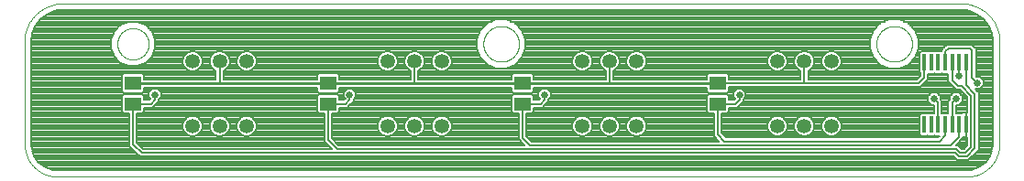
<source format=gtl>
G75*
%MOIN*%
%OFA0B0*%
%FSLAX25Y25*%
%IPPOS*%
%LPD*%
%AMOC8*
5,1,8,0,0,1.08239X$1,22.5*
%
%ADD10C,0.00000*%
%ADD11R,0.05906X0.05118*%
%ADD12R,0.01378X0.06299*%
%ADD13C,0.05315*%
%ADD14C,0.02578*%
%ADD15C,0.00787*%
%ADD16C,0.01000*%
D10*
X0021079Y0005938D02*
X0351787Y0005938D01*
X0352072Y0005941D01*
X0352358Y0005952D01*
X0352643Y0005969D01*
X0352927Y0005993D01*
X0353211Y0006024D01*
X0353494Y0006062D01*
X0353775Y0006107D01*
X0354056Y0006158D01*
X0354336Y0006216D01*
X0354614Y0006281D01*
X0354890Y0006353D01*
X0355164Y0006431D01*
X0355437Y0006516D01*
X0355707Y0006608D01*
X0355975Y0006706D01*
X0356241Y0006810D01*
X0356504Y0006921D01*
X0356764Y0007038D01*
X0357022Y0007161D01*
X0357276Y0007291D01*
X0357527Y0007427D01*
X0357775Y0007568D01*
X0358019Y0007716D01*
X0358260Y0007869D01*
X0358496Y0008029D01*
X0358729Y0008194D01*
X0358958Y0008364D01*
X0359183Y0008540D01*
X0359403Y0008722D01*
X0359619Y0008908D01*
X0359830Y0009100D01*
X0360037Y0009297D01*
X0360239Y0009499D01*
X0360436Y0009706D01*
X0360628Y0009917D01*
X0360814Y0010133D01*
X0360996Y0010353D01*
X0361172Y0010578D01*
X0361342Y0010807D01*
X0361507Y0011040D01*
X0361667Y0011276D01*
X0361820Y0011517D01*
X0361968Y0011761D01*
X0362109Y0012009D01*
X0362245Y0012260D01*
X0362375Y0012514D01*
X0362498Y0012772D01*
X0362615Y0013032D01*
X0362726Y0013295D01*
X0362830Y0013561D01*
X0362928Y0013829D01*
X0363020Y0014099D01*
X0363105Y0014372D01*
X0363183Y0014646D01*
X0363255Y0014922D01*
X0363320Y0015200D01*
X0363378Y0015480D01*
X0363429Y0015761D01*
X0363474Y0016042D01*
X0363512Y0016325D01*
X0363543Y0016609D01*
X0363567Y0016893D01*
X0363584Y0017178D01*
X0363595Y0017464D01*
X0363598Y0017749D01*
X0363598Y0053182D01*
X0363598Y0053183D02*
X0363642Y0053516D01*
X0363677Y0053851D01*
X0363704Y0054186D01*
X0363724Y0054522D01*
X0363735Y0054858D01*
X0363738Y0055194D01*
X0363733Y0055530D01*
X0363720Y0055867D01*
X0363698Y0056202D01*
X0363669Y0056537D01*
X0363631Y0056872D01*
X0363586Y0057205D01*
X0363532Y0057537D01*
X0363470Y0057868D01*
X0363401Y0058197D01*
X0363323Y0058524D01*
X0363238Y0058849D01*
X0363144Y0059172D01*
X0363043Y0059493D01*
X0362935Y0059811D01*
X0362818Y0060127D01*
X0362694Y0060440D01*
X0362563Y0060749D01*
X0362424Y0061056D01*
X0362277Y0061358D01*
X0362124Y0061658D01*
X0361963Y0061953D01*
X0361795Y0062245D01*
X0361620Y0062532D01*
X0361438Y0062815D01*
X0361250Y0063093D01*
X0361054Y0063367D01*
X0360852Y0063636D01*
X0360644Y0063900D01*
X0360430Y0064159D01*
X0360209Y0064413D01*
X0359982Y0064662D01*
X0359749Y0064904D01*
X0359511Y0065142D01*
X0359266Y0065373D01*
X0359017Y0065598D01*
X0358762Y0065817D01*
X0358501Y0066030D01*
X0358236Y0066237D01*
X0357965Y0066437D01*
X0357690Y0066631D01*
X0357411Y0066817D01*
X0357127Y0066997D01*
X0356838Y0067171D01*
X0356546Y0067337D01*
X0356249Y0067496D01*
X0355949Y0067647D01*
X0355645Y0067792D01*
X0355338Y0067929D01*
X0355028Y0068059D01*
X0354714Y0068181D01*
X0354398Y0068295D01*
X0354079Y0068402D01*
X0353758Y0068501D01*
X0353434Y0068592D01*
X0353108Y0068676D01*
X0352780Y0068751D01*
X0352451Y0068819D01*
X0352120Y0068879D01*
X0351787Y0068930D01*
X0021079Y0068930D01*
X0020746Y0068879D01*
X0020415Y0068819D01*
X0020086Y0068751D01*
X0019758Y0068676D01*
X0019432Y0068592D01*
X0019108Y0068501D01*
X0018787Y0068402D01*
X0018468Y0068295D01*
X0018152Y0068181D01*
X0017838Y0068059D01*
X0017528Y0067929D01*
X0017221Y0067792D01*
X0016917Y0067647D01*
X0016617Y0067496D01*
X0016320Y0067337D01*
X0016028Y0067171D01*
X0015739Y0066997D01*
X0015455Y0066817D01*
X0015176Y0066631D01*
X0014901Y0066437D01*
X0014630Y0066237D01*
X0014365Y0066030D01*
X0014104Y0065817D01*
X0013849Y0065598D01*
X0013600Y0065373D01*
X0013355Y0065142D01*
X0013117Y0064904D01*
X0012884Y0064662D01*
X0012657Y0064413D01*
X0012436Y0064159D01*
X0012222Y0063900D01*
X0012014Y0063636D01*
X0011812Y0063367D01*
X0011616Y0063093D01*
X0011428Y0062815D01*
X0011246Y0062532D01*
X0011071Y0062245D01*
X0010903Y0061953D01*
X0010742Y0061658D01*
X0010589Y0061358D01*
X0010442Y0061056D01*
X0010303Y0060749D01*
X0010172Y0060440D01*
X0010048Y0060127D01*
X0009931Y0059811D01*
X0009823Y0059493D01*
X0009722Y0059172D01*
X0009628Y0058849D01*
X0009543Y0058524D01*
X0009465Y0058197D01*
X0009396Y0057868D01*
X0009334Y0057537D01*
X0009280Y0057205D01*
X0009235Y0056872D01*
X0009197Y0056537D01*
X0009168Y0056202D01*
X0009146Y0055867D01*
X0009133Y0055530D01*
X0009128Y0055194D01*
X0009131Y0054858D01*
X0009142Y0054522D01*
X0009162Y0054186D01*
X0009189Y0053851D01*
X0009224Y0053516D01*
X0009268Y0053183D01*
X0009268Y0053182D02*
X0009268Y0017749D01*
X0009271Y0017464D01*
X0009282Y0017178D01*
X0009299Y0016893D01*
X0009323Y0016609D01*
X0009354Y0016325D01*
X0009392Y0016042D01*
X0009437Y0015761D01*
X0009488Y0015480D01*
X0009546Y0015200D01*
X0009611Y0014922D01*
X0009683Y0014646D01*
X0009761Y0014372D01*
X0009846Y0014099D01*
X0009938Y0013829D01*
X0010036Y0013561D01*
X0010140Y0013295D01*
X0010251Y0013032D01*
X0010368Y0012772D01*
X0010491Y0012514D01*
X0010621Y0012260D01*
X0010757Y0012009D01*
X0010898Y0011761D01*
X0011046Y0011517D01*
X0011199Y0011276D01*
X0011359Y0011040D01*
X0011524Y0010807D01*
X0011694Y0010578D01*
X0011870Y0010353D01*
X0012052Y0010133D01*
X0012238Y0009917D01*
X0012430Y0009706D01*
X0012627Y0009499D01*
X0012829Y0009297D01*
X0013036Y0009100D01*
X0013247Y0008908D01*
X0013463Y0008722D01*
X0013683Y0008540D01*
X0013908Y0008364D01*
X0014137Y0008194D01*
X0014370Y0008029D01*
X0014606Y0007869D01*
X0014847Y0007716D01*
X0015091Y0007568D01*
X0015339Y0007427D01*
X0015590Y0007291D01*
X0015844Y0007161D01*
X0016102Y0007038D01*
X0016362Y0006921D01*
X0016625Y0006810D01*
X0016891Y0006706D01*
X0017159Y0006608D01*
X0017429Y0006516D01*
X0017702Y0006431D01*
X0017976Y0006353D01*
X0018252Y0006281D01*
X0018530Y0006216D01*
X0018810Y0006158D01*
X0019091Y0006107D01*
X0019372Y0006062D01*
X0019655Y0006024D01*
X0019939Y0005993D01*
X0020223Y0005969D01*
X0020508Y0005952D01*
X0020794Y0005941D01*
X0021079Y0005938D01*
X0042929Y0054363D02*
X0042931Y0054514D01*
X0042937Y0054664D01*
X0042947Y0054815D01*
X0042961Y0054965D01*
X0042979Y0055114D01*
X0043000Y0055264D01*
X0043026Y0055412D01*
X0043056Y0055560D01*
X0043089Y0055707D01*
X0043127Y0055853D01*
X0043168Y0055998D01*
X0043213Y0056142D01*
X0043262Y0056284D01*
X0043315Y0056425D01*
X0043371Y0056565D01*
X0043431Y0056703D01*
X0043494Y0056840D01*
X0043562Y0056975D01*
X0043632Y0057108D01*
X0043706Y0057239D01*
X0043784Y0057368D01*
X0043865Y0057495D01*
X0043949Y0057620D01*
X0044037Y0057743D01*
X0044128Y0057863D01*
X0044222Y0057981D01*
X0044319Y0058096D01*
X0044419Y0058209D01*
X0044522Y0058319D01*
X0044628Y0058426D01*
X0044737Y0058531D01*
X0044848Y0058632D01*
X0044962Y0058731D01*
X0045078Y0058826D01*
X0045198Y0058919D01*
X0045319Y0059008D01*
X0045443Y0059094D01*
X0045569Y0059177D01*
X0045697Y0059256D01*
X0045827Y0059332D01*
X0045959Y0059405D01*
X0046093Y0059473D01*
X0046229Y0059539D01*
X0046367Y0059601D01*
X0046506Y0059659D01*
X0046646Y0059713D01*
X0046788Y0059764D01*
X0046931Y0059811D01*
X0047076Y0059854D01*
X0047221Y0059893D01*
X0047368Y0059929D01*
X0047515Y0059960D01*
X0047663Y0059988D01*
X0047812Y0060012D01*
X0047961Y0060032D01*
X0048111Y0060048D01*
X0048261Y0060060D01*
X0048412Y0060068D01*
X0048563Y0060072D01*
X0048713Y0060072D01*
X0048864Y0060068D01*
X0049015Y0060060D01*
X0049165Y0060048D01*
X0049315Y0060032D01*
X0049464Y0060012D01*
X0049613Y0059988D01*
X0049761Y0059960D01*
X0049908Y0059929D01*
X0050055Y0059893D01*
X0050200Y0059854D01*
X0050345Y0059811D01*
X0050488Y0059764D01*
X0050630Y0059713D01*
X0050770Y0059659D01*
X0050909Y0059601D01*
X0051047Y0059539D01*
X0051183Y0059473D01*
X0051317Y0059405D01*
X0051449Y0059332D01*
X0051579Y0059256D01*
X0051707Y0059177D01*
X0051833Y0059094D01*
X0051957Y0059008D01*
X0052078Y0058919D01*
X0052198Y0058826D01*
X0052314Y0058731D01*
X0052428Y0058632D01*
X0052539Y0058531D01*
X0052648Y0058426D01*
X0052754Y0058319D01*
X0052857Y0058209D01*
X0052957Y0058096D01*
X0053054Y0057981D01*
X0053148Y0057863D01*
X0053239Y0057743D01*
X0053327Y0057620D01*
X0053411Y0057495D01*
X0053492Y0057368D01*
X0053570Y0057239D01*
X0053644Y0057108D01*
X0053714Y0056975D01*
X0053782Y0056840D01*
X0053845Y0056703D01*
X0053905Y0056565D01*
X0053961Y0056425D01*
X0054014Y0056284D01*
X0054063Y0056142D01*
X0054108Y0055998D01*
X0054149Y0055853D01*
X0054187Y0055707D01*
X0054220Y0055560D01*
X0054250Y0055412D01*
X0054276Y0055264D01*
X0054297Y0055114D01*
X0054315Y0054965D01*
X0054329Y0054815D01*
X0054339Y0054664D01*
X0054345Y0054514D01*
X0054347Y0054363D01*
X0054345Y0054212D01*
X0054339Y0054062D01*
X0054329Y0053911D01*
X0054315Y0053761D01*
X0054297Y0053612D01*
X0054276Y0053462D01*
X0054250Y0053314D01*
X0054220Y0053166D01*
X0054187Y0053019D01*
X0054149Y0052873D01*
X0054108Y0052728D01*
X0054063Y0052584D01*
X0054014Y0052442D01*
X0053961Y0052301D01*
X0053905Y0052161D01*
X0053845Y0052023D01*
X0053782Y0051886D01*
X0053714Y0051751D01*
X0053644Y0051618D01*
X0053570Y0051487D01*
X0053492Y0051358D01*
X0053411Y0051231D01*
X0053327Y0051106D01*
X0053239Y0050983D01*
X0053148Y0050863D01*
X0053054Y0050745D01*
X0052957Y0050630D01*
X0052857Y0050517D01*
X0052754Y0050407D01*
X0052648Y0050300D01*
X0052539Y0050195D01*
X0052428Y0050094D01*
X0052314Y0049995D01*
X0052198Y0049900D01*
X0052078Y0049807D01*
X0051957Y0049718D01*
X0051833Y0049632D01*
X0051707Y0049549D01*
X0051579Y0049470D01*
X0051449Y0049394D01*
X0051317Y0049321D01*
X0051183Y0049253D01*
X0051047Y0049187D01*
X0050909Y0049125D01*
X0050770Y0049067D01*
X0050630Y0049013D01*
X0050488Y0048962D01*
X0050345Y0048915D01*
X0050200Y0048872D01*
X0050055Y0048833D01*
X0049908Y0048797D01*
X0049761Y0048766D01*
X0049613Y0048738D01*
X0049464Y0048714D01*
X0049315Y0048694D01*
X0049165Y0048678D01*
X0049015Y0048666D01*
X0048864Y0048658D01*
X0048713Y0048654D01*
X0048563Y0048654D01*
X0048412Y0048658D01*
X0048261Y0048666D01*
X0048111Y0048678D01*
X0047961Y0048694D01*
X0047812Y0048714D01*
X0047663Y0048738D01*
X0047515Y0048766D01*
X0047368Y0048797D01*
X0047221Y0048833D01*
X0047076Y0048872D01*
X0046931Y0048915D01*
X0046788Y0048962D01*
X0046646Y0049013D01*
X0046506Y0049067D01*
X0046367Y0049125D01*
X0046229Y0049187D01*
X0046093Y0049253D01*
X0045959Y0049321D01*
X0045827Y0049394D01*
X0045697Y0049470D01*
X0045569Y0049549D01*
X0045443Y0049632D01*
X0045319Y0049718D01*
X0045198Y0049807D01*
X0045078Y0049900D01*
X0044962Y0049995D01*
X0044848Y0050094D01*
X0044737Y0050195D01*
X0044628Y0050300D01*
X0044522Y0050407D01*
X0044419Y0050517D01*
X0044319Y0050630D01*
X0044222Y0050745D01*
X0044128Y0050863D01*
X0044037Y0050983D01*
X0043949Y0051106D01*
X0043865Y0051231D01*
X0043784Y0051358D01*
X0043706Y0051487D01*
X0043632Y0051618D01*
X0043562Y0051751D01*
X0043494Y0051886D01*
X0043431Y0052023D01*
X0043371Y0052161D01*
X0043315Y0052301D01*
X0043262Y0052442D01*
X0043213Y0052584D01*
X0043168Y0052728D01*
X0043127Y0052873D01*
X0043089Y0053019D01*
X0043056Y0053166D01*
X0043026Y0053314D01*
X0043000Y0053462D01*
X0042979Y0053612D01*
X0042961Y0053761D01*
X0042947Y0053911D01*
X0042937Y0054062D01*
X0042931Y0054212D01*
X0042929Y0054363D01*
X0176000Y0054363D02*
X0176002Y0054524D01*
X0176008Y0054684D01*
X0176018Y0054845D01*
X0176032Y0055005D01*
X0176050Y0055164D01*
X0176071Y0055324D01*
X0176097Y0055482D01*
X0176127Y0055640D01*
X0176160Y0055797D01*
X0176198Y0055954D01*
X0176239Y0056109D01*
X0176284Y0056263D01*
X0176333Y0056416D01*
X0176386Y0056568D01*
X0176442Y0056718D01*
X0176502Y0056867D01*
X0176566Y0057015D01*
X0176633Y0057161D01*
X0176704Y0057305D01*
X0176779Y0057447D01*
X0176857Y0057588D01*
X0176938Y0057726D01*
X0177023Y0057863D01*
X0177112Y0057997D01*
X0177203Y0058129D01*
X0177298Y0058259D01*
X0177396Y0058386D01*
X0177497Y0058511D01*
X0177601Y0058634D01*
X0177708Y0058753D01*
X0177818Y0058870D01*
X0177931Y0058985D01*
X0178047Y0059096D01*
X0178165Y0059205D01*
X0178286Y0059310D01*
X0178410Y0059413D01*
X0178536Y0059513D01*
X0178665Y0059609D01*
X0178796Y0059702D01*
X0178929Y0059792D01*
X0179064Y0059879D01*
X0179202Y0059962D01*
X0179341Y0060041D01*
X0179483Y0060118D01*
X0179626Y0060191D01*
X0179771Y0060260D01*
X0179918Y0060325D01*
X0180066Y0060387D01*
X0180216Y0060446D01*
X0180367Y0060500D01*
X0180519Y0060551D01*
X0180673Y0060598D01*
X0180828Y0060641D01*
X0180983Y0060680D01*
X0181140Y0060716D01*
X0181298Y0060748D01*
X0181456Y0060775D01*
X0181615Y0060799D01*
X0181774Y0060819D01*
X0181934Y0060835D01*
X0182095Y0060847D01*
X0182255Y0060855D01*
X0182416Y0060859D01*
X0182576Y0060859D01*
X0182737Y0060855D01*
X0182897Y0060847D01*
X0183058Y0060835D01*
X0183218Y0060819D01*
X0183377Y0060799D01*
X0183536Y0060775D01*
X0183694Y0060748D01*
X0183852Y0060716D01*
X0184009Y0060680D01*
X0184164Y0060641D01*
X0184319Y0060598D01*
X0184473Y0060551D01*
X0184625Y0060500D01*
X0184776Y0060446D01*
X0184926Y0060387D01*
X0185074Y0060325D01*
X0185221Y0060260D01*
X0185366Y0060191D01*
X0185509Y0060118D01*
X0185651Y0060041D01*
X0185790Y0059962D01*
X0185928Y0059879D01*
X0186063Y0059792D01*
X0186196Y0059702D01*
X0186327Y0059609D01*
X0186456Y0059513D01*
X0186582Y0059413D01*
X0186706Y0059310D01*
X0186827Y0059205D01*
X0186945Y0059096D01*
X0187061Y0058985D01*
X0187174Y0058870D01*
X0187284Y0058753D01*
X0187391Y0058634D01*
X0187495Y0058511D01*
X0187596Y0058386D01*
X0187694Y0058259D01*
X0187789Y0058129D01*
X0187880Y0057997D01*
X0187969Y0057863D01*
X0188054Y0057726D01*
X0188135Y0057588D01*
X0188213Y0057447D01*
X0188288Y0057305D01*
X0188359Y0057161D01*
X0188426Y0057015D01*
X0188490Y0056867D01*
X0188550Y0056718D01*
X0188606Y0056568D01*
X0188659Y0056416D01*
X0188708Y0056263D01*
X0188753Y0056109D01*
X0188794Y0055954D01*
X0188832Y0055797D01*
X0188865Y0055640D01*
X0188895Y0055482D01*
X0188921Y0055324D01*
X0188942Y0055164D01*
X0188960Y0055005D01*
X0188974Y0054845D01*
X0188984Y0054684D01*
X0188990Y0054524D01*
X0188992Y0054363D01*
X0188990Y0054202D01*
X0188984Y0054042D01*
X0188974Y0053881D01*
X0188960Y0053721D01*
X0188942Y0053562D01*
X0188921Y0053402D01*
X0188895Y0053244D01*
X0188865Y0053086D01*
X0188832Y0052929D01*
X0188794Y0052772D01*
X0188753Y0052617D01*
X0188708Y0052463D01*
X0188659Y0052310D01*
X0188606Y0052158D01*
X0188550Y0052008D01*
X0188490Y0051859D01*
X0188426Y0051711D01*
X0188359Y0051565D01*
X0188288Y0051421D01*
X0188213Y0051279D01*
X0188135Y0051138D01*
X0188054Y0051000D01*
X0187969Y0050863D01*
X0187880Y0050729D01*
X0187789Y0050597D01*
X0187694Y0050467D01*
X0187596Y0050340D01*
X0187495Y0050215D01*
X0187391Y0050092D01*
X0187284Y0049973D01*
X0187174Y0049856D01*
X0187061Y0049741D01*
X0186945Y0049630D01*
X0186827Y0049521D01*
X0186706Y0049416D01*
X0186582Y0049313D01*
X0186456Y0049213D01*
X0186327Y0049117D01*
X0186196Y0049024D01*
X0186063Y0048934D01*
X0185928Y0048847D01*
X0185790Y0048764D01*
X0185651Y0048685D01*
X0185509Y0048608D01*
X0185366Y0048535D01*
X0185221Y0048466D01*
X0185074Y0048401D01*
X0184926Y0048339D01*
X0184776Y0048280D01*
X0184625Y0048226D01*
X0184473Y0048175D01*
X0184319Y0048128D01*
X0184164Y0048085D01*
X0184009Y0048046D01*
X0183852Y0048010D01*
X0183694Y0047978D01*
X0183536Y0047951D01*
X0183377Y0047927D01*
X0183218Y0047907D01*
X0183058Y0047891D01*
X0182897Y0047879D01*
X0182737Y0047871D01*
X0182576Y0047867D01*
X0182416Y0047867D01*
X0182255Y0047871D01*
X0182095Y0047879D01*
X0181934Y0047891D01*
X0181774Y0047907D01*
X0181615Y0047927D01*
X0181456Y0047951D01*
X0181298Y0047978D01*
X0181140Y0048010D01*
X0180983Y0048046D01*
X0180828Y0048085D01*
X0180673Y0048128D01*
X0180519Y0048175D01*
X0180367Y0048226D01*
X0180216Y0048280D01*
X0180066Y0048339D01*
X0179918Y0048401D01*
X0179771Y0048466D01*
X0179626Y0048535D01*
X0179483Y0048608D01*
X0179341Y0048685D01*
X0179202Y0048764D01*
X0179064Y0048847D01*
X0178929Y0048934D01*
X0178796Y0049024D01*
X0178665Y0049117D01*
X0178536Y0049213D01*
X0178410Y0049313D01*
X0178286Y0049416D01*
X0178165Y0049521D01*
X0178047Y0049630D01*
X0177931Y0049741D01*
X0177818Y0049856D01*
X0177708Y0049973D01*
X0177601Y0050092D01*
X0177497Y0050215D01*
X0177396Y0050340D01*
X0177298Y0050467D01*
X0177203Y0050597D01*
X0177112Y0050729D01*
X0177023Y0050863D01*
X0176938Y0051000D01*
X0176857Y0051138D01*
X0176779Y0051279D01*
X0176704Y0051421D01*
X0176633Y0051565D01*
X0176566Y0051711D01*
X0176502Y0051859D01*
X0176442Y0052008D01*
X0176386Y0052158D01*
X0176333Y0052310D01*
X0176284Y0052463D01*
X0176239Y0052617D01*
X0176198Y0052772D01*
X0176160Y0052929D01*
X0176127Y0053086D01*
X0176097Y0053244D01*
X0176071Y0053402D01*
X0176050Y0053562D01*
X0176032Y0053721D01*
X0176018Y0053881D01*
X0176008Y0054042D01*
X0176002Y0054202D01*
X0176000Y0054363D01*
X0318913Y0054363D02*
X0318915Y0054524D01*
X0318921Y0054684D01*
X0318931Y0054845D01*
X0318945Y0055005D01*
X0318963Y0055164D01*
X0318984Y0055324D01*
X0319010Y0055482D01*
X0319040Y0055640D01*
X0319073Y0055797D01*
X0319111Y0055954D01*
X0319152Y0056109D01*
X0319197Y0056263D01*
X0319246Y0056416D01*
X0319299Y0056568D01*
X0319355Y0056718D01*
X0319415Y0056867D01*
X0319479Y0057015D01*
X0319546Y0057161D01*
X0319617Y0057305D01*
X0319692Y0057447D01*
X0319770Y0057588D01*
X0319851Y0057726D01*
X0319936Y0057863D01*
X0320025Y0057997D01*
X0320116Y0058129D01*
X0320211Y0058259D01*
X0320309Y0058386D01*
X0320410Y0058511D01*
X0320514Y0058634D01*
X0320621Y0058753D01*
X0320731Y0058870D01*
X0320844Y0058985D01*
X0320960Y0059096D01*
X0321078Y0059205D01*
X0321199Y0059310D01*
X0321323Y0059413D01*
X0321449Y0059513D01*
X0321578Y0059609D01*
X0321709Y0059702D01*
X0321842Y0059792D01*
X0321977Y0059879D01*
X0322115Y0059962D01*
X0322254Y0060041D01*
X0322396Y0060118D01*
X0322539Y0060191D01*
X0322684Y0060260D01*
X0322831Y0060325D01*
X0322979Y0060387D01*
X0323129Y0060446D01*
X0323280Y0060500D01*
X0323432Y0060551D01*
X0323586Y0060598D01*
X0323741Y0060641D01*
X0323896Y0060680D01*
X0324053Y0060716D01*
X0324211Y0060748D01*
X0324369Y0060775D01*
X0324528Y0060799D01*
X0324687Y0060819D01*
X0324847Y0060835D01*
X0325008Y0060847D01*
X0325168Y0060855D01*
X0325329Y0060859D01*
X0325489Y0060859D01*
X0325650Y0060855D01*
X0325810Y0060847D01*
X0325971Y0060835D01*
X0326131Y0060819D01*
X0326290Y0060799D01*
X0326449Y0060775D01*
X0326607Y0060748D01*
X0326765Y0060716D01*
X0326922Y0060680D01*
X0327077Y0060641D01*
X0327232Y0060598D01*
X0327386Y0060551D01*
X0327538Y0060500D01*
X0327689Y0060446D01*
X0327839Y0060387D01*
X0327987Y0060325D01*
X0328134Y0060260D01*
X0328279Y0060191D01*
X0328422Y0060118D01*
X0328564Y0060041D01*
X0328703Y0059962D01*
X0328841Y0059879D01*
X0328976Y0059792D01*
X0329109Y0059702D01*
X0329240Y0059609D01*
X0329369Y0059513D01*
X0329495Y0059413D01*
X0329619Y0059310D01*
X0329740Y0059205D01*
X0329858Y0059096D01*
X0329974Y0058985D01*
X0330087Y0058870D01*
X0330197Y0058753D01*
X0330304Y0058634D01*
X0330408Y0058511D01*
X0330509Y0058386D01*
X0330607Y0058259D01*
X0330702Y0058129D01*
X0330793Y0057997D01*
X0330882Y0057863D01*
X0330967Y0057726D01*
X0331048Y0057588D01*
X0331126Y0057447D01*
X0331201Y0057305D01*
X0331272Y0057161D01*
X0331339Y0057015D01*
X0331403Y0056867D01*
X0331463Y0056718D01*
X0331519Y0056568D01*
X0331572Y0056416D01*
X0331621Y0056263D01*
X0331666Y0056109D01*
X0331707Y0055954D01*
X0331745Y0055797D01*
X0331778Y0055640D01*
X0331808Y0055482D01*
X0331834Y0055324D01*
X0331855Y0055164D01*
X0331873Y0055005D01*
X0331887Y0054845D01*
X0331897Y0054684D01*
X0331903Y0054524D01*
X0331905Y0054363D01*
X0331903Y0054202D01*
X0331897Y0054042D01*
X0331887Y0053881D01*
X0331873Y0053721D01*
X0331855Y0053562D01*
X0331834Y0053402D01*
X0331808Y0053244D01*
X0331778Y0053086D01*
X0331745Y0052929D01*
X0331707Y0052772D01*
X0331666Y0052617D01*
X0331621Y0052463D01*
X0331572Y0052310D01*
X0331519Y0052158D01*
X0331463Y0052008D01*
X0331403Y0051859D01*
X0331339Y0051711D01*
X0331272Y0051565D01*
X0331201Y0051421D01*
X0331126Y0051279D01*
X0331048Y0051138D01*
X0330967Y0051000D01*
X0330882Y0050863D01*
X0330793Y0050729D01*
X0330702Y0050597D01*
X0330607Y0050467D01*
X0330509Y0050340D01*
X0330408Y0050215D01*
X0330304Y0050092D01*
X0330197Y0049973D01*
X0330087Y0049856D01*
X0329974Y0049741D01*
X0329858Y0049630D01*
X0329740Y0049521D01*
X0329619Y0049416D01*
X0329495Y0049313D01*
X0329369Y0049213D01*
X0329240Y0049117D01*
X0329109Y0049024D01*
X0328976Y0048934D01*
X0328841Y0048847D01*
X0328703Y0048764D01*
X0328564Y0048685D01*
X0328422Y0048608D01*
X0328279Y0048535D01*
X0328134Y0048466D01*
X0327987Y0048401D01*
X0327839Y0048339D01*
X0327689Y0048280D01*
X0327538Y0048226D01*
X0327386Y0048175D01*
X0327232Y0048128D01*
X0327077Y0048085D01*
X0326922Y0048046D01*
X0326765Y0048010D01*
X0326607Y0047978D01*
X0326449Y0047951D01*
X0326290Y0047927D01*
X0326131Y0047907D01*
X0325971Y0047891D01*
X0325810Y0047879D01*
X0325650Y0047871D01*
X0325489Y0047867D01*
X0325329Y0047867D01*
X0325168Y0047871D01*
X0325008Y0047879D01*
X0324847Y0047891D01*
X0324687Y0047907D01*
X0324528Y0047927D01*
X0324369Y0047951D01*
X0324211Y0047978D01*
X0324053Y0048010D01*
X0323896Y0048046D01*
X0323741Y0048085D01*
X0323586Y0048128D01*
X0323432Y0048175D01*
X0323280Y0048226D01*
X0323129Y0048280D01*
X0322979Y0048339D01*
X0322831Y0048401D01*
X0322684Y0048466D01*
X0322539Y0048535D01*
X0322396Y0048608D01*
X0322254Y0048685D01*
X0322115Y0048764D01*
X0321977Y0048847D01*
X0321842Y0048934D01*
X0321709Y0049024D01*
X0321578Y0049117D01*
X0321449Y0049213D01*
X0321323Y0049313D01*
X0321199Y0049416D01*
X0321078Y0049521D01*
X0320960Y0049630D01*
X0320844Y0049741D01*
X0320731Y0049856D01*
X0320621Y0049973D01*
X0320514Y0050092D01*
X0320410Y0050215D01*
X0320309Y0050340D01*
X0320211Y0050467D01*
X0320116Y0050597D01*
X0320025Y0050729D01*
X0319936Y0050863D01*
X0319851Y0051000D01*
X0319770Y0051138D01*
X0319692Y0051279D01*
X0319617Y0051421D01*
X0319546Y0051565D01*
X0319479Y0051711D01*
X0319415Y0051859D01*
X0319355Y0052008D01*
X0319299Y0052158D01*
X0319246Y0052310D01*
X0319197Y0052463D01*
X0319152Y0052617D01*
X0319111Y0052772D01*
X0319073Y0052929D01*
X0319040Y0053086D01*
X0319010Y0053244D01*
X0318984Y0053402D01*
X0318963Y0053562D01*
X0318945Y0053721D01*
X0318931Y0053881D01*
X0318921Y0054042D01*
X0318915Y0054202D01*
X0318913Y0054363D01*
D11*
X0261236Y0039993D03*
X0261236Y0032513D03*
X0190370Y0032513D03*
X0190370Y0039993D03*
X0119504Y0039993D03*
X0119504Y0032513D03*
X0048638Y0032513D03*
X0048638Y0039993D03*
D12*
X0336236Y0047572D03*
X0338795Y0047572D03*
X0341354Y0047572D03*
X0343913Y0047572D03*
X0346472Y0047572D03*
X0349031Y0047572D03*
X0351591Y0047572D03*
X0351591Y0024934D03*
X0349031Y0024934D03*
X0346472Y0024934D03*
X0343913Y0024934D03*
X0341354Y0024934D03*
X0338795Y0024934D03*
X0336236Y0024934D03*
D13*
X0302575Y0024442D03*
X0292732Y0024442D03*
X0282890Y0024442D03*
X0231709Y0024442D03*
X0221866Y0024442D03*
X0212024Y0024442D03*
X0160843Y0024442D03*
X0151000Y0024442D03*
X0141157Y0024442D03*
X0089976Y0024442D03*
X0080134Y0024442D03*
X0070291Y0024442D03*
X0070291Y0048064D03*
X0080134Y0048064D03*
X0089976Y0048064D03*
X0141157Y0048064D03*
X0151000Y0048064D03*
X0160843Y0048064D03*
X0212024Y0048064D03*
X0221866Y0048064D03*
X0231709Y0048064D03*
X0282890Y0048064D03*
X0292732Y0048064D03*
X0302575Y0048064D03*
D14*
X0349031Y0042552D03*
X0355724Y0040190D03*
X0347850Y0034285D03*
X0339976Y0034285D03*
X0269110Y0035859D03*
X0198244Y0035859D03*
X0127378Y0035859D03*
X0056512Y0035859D03*
X0350311Y0016962D03*
D15*
X0351591Y0018241D01*
X0351591Y0024934D01*
X0351591Y0020391D01*
X0351975Y0020391D01*
X0351975Y0017360D01*
X0350682Y0016067D01*
X0349940Y0016067D01*
X0349375Y0016632D01*
X0348562Y0017445D01*
X0347933Y0017445D01*
X0350419Y0019930D01*
X0350419Y0020471D01*
X0350718Y0020391D01*
X0351590Y0020391D01*
X0351590Y0024934D01*
X0351591Y0024934D01*
X0351590Y0024934D01*
X0351590Y0029478D01*
X0350718Y0029478D01*
X0350364Y0029383D01*
X0350046Y0029199D01*
X0349924Y0029078D01*
X0347931Y0029078D01*
X0347860Y0029007D01*
X0347860Y0032002D01*
X0348796Y0032002D01*
X0350133Y0033339D01*
X0350133Y0035230D01*
X0348796Y0036567D01*
X0346905Y0036567D01*
X0345568Y0035230D01*
X0345568Y0033964D01*
X0345085Y0033481D01*
X0345085Y0029007D01*
X0345014Y0029078D01*
X0342813Y0029078D01*
X0342742Y0029007D01*
X0342742Y0033481D01*
X0342259Y0033964D01*
X0342259Y0035230D01*
X0340922Y0036567D01*
X0339031Y0036567D01*
X0337694Y0035230D01*
X0337694Y0033339D01*
X0339031Y0032002D01*
X0339967Y0032002D01*
X0339967Y0029007D01*
X0339896Y0029078D01*
X0337695Y0029078D01*
X0337516Y0028899D01*
X0337337Y0029078D01*
X0335136Y0029078D01*
X0334554Y0028496D01*
X0334554Y0021373D01*
X0335136Y0020791D01*
X0337337Y0020791D01*
X0337516Y0020970D01*
X0337695Y0020791D01*
X0339896Y0020791D01*
X0340075Y0020970D01*
X0340254Y0020791D01*
X0341843Y0020791D01*
X0341272Y0020219D01*
X0264272Y0020219D01*
X0262624Y0021867D01*
X0262624Y0028960D01*
X0264601Y0028960D01*
X0265183Y0029542D01*
X0265183Y0031126D01*
X0268307Y0031126D01*
X0269120Y0031938D01*
X0270498Y0033316D01*
X0270498Y0034019D01*
X0271393Y0034914D01*
X0271393Y0036805D01*
X0270056Y0038142D01*
X0268165Y0038142D01*
X0266828Y0036805D01*
X0266828Y0034914D01*
X0267499Y0034242D01*
X0267158Y0033900D01*
X0265183Y0033900D01*
X0265183Y0035484D01*
X0264601Y0036066D01*
X0257872Y0036066D01*
X0257290Y0035484D01*
X0257290Y0029542D01*
X0257872Y0028960D01*
X0259849Y0028960D01*
X0259849Y0020718D01*
X0261735Y0018832D01*
X0193612Y0018832D01*
X0191757Y0020686D01*
X0191757Y0028960D01*
X0193734Y0028960D01*
X0194317Y0029542D01*
X0194317Y0031126D01*
X0197441Y0031126D01*
X0198254Y0031938D01*
X0199631Y0033316D01*
X0199631Y0034019D01*
X0200527Y0034914D01*
X0200527Y0036805D01*
X0199190Y0038142D01*
X0197299Y0038142D01*
X0195961Y0036805D01*
X0195961Y0034914D01*
X0196633Y0034242D01*
X0196291Y0033900D01*
X0194317Y0033900D01*
X0194317Y0035484D01*
X0193734Y0036066D01*
X0187006Y0036066D01*
X0186424Y0035484D01*
X0186424Y0029542D01*
X0187006Y0028960D01*
X0188983Y0028960D01*
X0188983Y0019537D01*
X0191075Y0017445D01*
X0123346Y0017445D01*
X0120891Y0019899D01*
X0120891Y0028960D01*
X0122868Y0028960D01*
X0123450Y0029542D01*
X0123450Y0031126D01*
X0126575Y0031126D01*
X0127387Y0031938D01*
X0128765Y0033316D01*
X0128765Y0034019D01*
X0129661Y0034914D01*
X0129661Y0036805D01*
X0128323Y0038142D01*
X0126432Y0038142D01*
X0125095Y0036805D01*
X0125095Y0034914D01*
X0125767Y0034242D01*
X0125425Y0033900D01*
X0123450Y0033900D01*
X0123450Y0035484D01*
X0122868Y0036066D01*
X0116140Y0036066D01*
X0115557Y0035484D01*
X0115557Y0029542D01*
X0116140Y0028960D01*
X0118117Y0028960D01*
X0118117Y0018749D01*
X0118929Y0017937D01*
X0118929Y0017937D01*
X0120879Y0015987D01*
X0052362Y0015987D01*
X0050025Y0018324D01*
X0050025Y0028960D01*
X0052002Y0028960D01*
X0052584Y0029542D01*
X0052584Y0031126D01*
X0055709Y0031126D01*
X0056521Y0031938D01*
X0057899Y0033316D01*
X0057899Y0034019D01*
X0058794Y0034914D01*
X0058794Y0036805D01*
X0057457Y0038142D01*
X0055566Y0038142D01*
X0054229Y0036805D01*
X0054229Y0034914D01*
X0054901Y0034242D01*
X0054559Y0033900D01*
X0052584Y0033900D01*
X0052584Y0035484D01*
X0052002Y0036066D01*
X0045273Y0036066D01*
X0044691Y0035484D01*
X0044691Y0029542D01*
X0045273Y0028960D01*
X0047250Y0028960D01*
X0047250Y0017175D01*
X0048063Y0016362D01*
X0050400Y0014025D01*
X0051213Y0013212D01*
X0346908Y0013212D01*
X0348216Y0011904D01*
X0352406Y0011904D01*
X0356137Y0015635D01*
X0356137Y0036615D01*
X0355324Y0037428D01*
X0354845Y0037908D01*
X0356670Y0037908D01*
X0358007Y0039245D01*
X0358007Y0041136D01*
X0356670Y0042473D01*
X0355404Y0042473D01*
X0355143Y0042733D01*
X0355143Y0052576D01*
X0354331Y0053389D01*
X0353543Y0054176D01*
X0344520Y0054176D01*
X0343707Y0053363D01*
X0342526Y0052182D01*
X0342526Y0051644D01*
X0342455Y0051715D01*
X0340254Y0051715D01*
X0340075Y0051536D01*
X0339896Y0051715D01*
X0337695Y0051715D01*
X0337516Y0051536D01*
X0337337Y0051715D01*
X0335136Y0051715D01*
X0334554Y0051133D01*
X0334554Y0044011D01*
X0334849Y0043716D01*
X0334849Y0042537D01*
X0333693Y0041381D01*
X0294120Y0041381D01*
X0294120Y0044687D01*
X0294801Y0044969D01*
X0295828Y0045996D01*
X0296383Y0047338D01*
X0296383Y0048790D01*
X0295828Y0050132D01*
X0294801Y0051160D01*
X0293459Y0051715D01*
X0292006Y0051715D01*
X0290664Y0051160D01*
X0289637Y0050132D01*
X0289081Y0048790D01*
X0289081Y0047338D01*
X0289637Y0045996D01*
X0290664Y0044969D01*
X0291345Y0044687D01*
X0291345Y0041381D01*
X0265183Y0041381D01*
X0265183Y0042964D01*
X0264601Y0043546D01*
X0257872Y0043546D01*
X0257290Y0042964D01*
X0257290Y0041487D01*
X0223254Y0041487D01*
X0223254Y0044687D01*
X0223934Y0044969D01*
X0224961Y0045996D01*
X0225517Y0047338D01*
X0225517Y0048790D01*
X0224961Y0050132D01*
X0223934Y0051160D01*
X0222592Y0051715D01*
X0221140Y0051715D01*
X0219798Y0051160D01*
X0218771Y0050132D01*
X0218215Y0048790D01*
X0218215Y0047338D01*
X0218771Y0045996D01*
X0219798Y0044969D01*
X0220479Y0044687D01*
X0220479Y0041487D01*
X0194317Y0041487D01*
X0194317Y0042964D01*
X0193734Y0043546D01*
X0187006Y0043546D01*
X0186424Y0042964D01*
X0186424Y0041487D01*
X0152387Y0041487D01*
X0152387Y0044687D01*
X0153068Y0044969D01*
X0154095Y0045996D01*
X0154651Y0047338D01*
X0154651Y0048790D01*
X0154095Y0050132D01*
X0153068Y0051160D01*
X0151726Y0051715D01*
X0150274Y0051715D01*
X0148932Y0051160D01*
X0147905Y0050132D01*
X0147349Y0048790D01*
X0147349Y0047338D01*
X0147905Y0045996D01*
X0148932Y0044969D01*
X0149613Y0044687D01*
X0149613Y0041487D01*
X0123450Y0041487D01*
X0123450Y0042964D01*
X0122868Y0043546D01*
X0116140Y0043546D01*
X0115557Y0042964D01*
X0115557Y0041487D01*
X0081521Y0041487D01*
X0081521Y0044687D01*
X0082202Y0044969D01*
X0083229Y0045996D01*
X0083785Y0047338D01*
X0083785Y0048790D01*
X0083229Y0050132D01*
X0082202Y0051160D01*
X0080860Y0051715D01*
X0079408Y0051715D01*
X0078066Y0051160D01*
X0077039Y0050132D01*
X0076483Y0048790D01*
X0076483Y0047338D01*
X0077039Y0045996D01*
X0078066Y0044969D01*
X0078746Y0044687D01*
X0078746Y0041487D01*
X0052584Y0041487D01*
X0052584Y0042964D01*
X0052002Y0043546D01*
X0045273Y0043546D01*
X0044691Y0042964D01*
X0044691Y0037023D01*
X0045273Y0036441D01*
X0052002Y0036441D01*
X0052584Y0037023D01*
X0052584Y0038500D01*
X0115557Y0038500D01*
X0115557Y0037023D01*
X0116140Y0036441D01*
X0122868Y0036441D01*
X0123450Y0037023D01*
X0123450Y0038500D01*
X0186424Y0038500D01*
X0186424Y0037023D01*
X0187006Y0036441D01*
X0193734Y0036441D01*
X0194317Y0037023D01*
X0194317Y0038500D01*
X0257290Y0038500D01*
X0257290Y0037023D01*
X0257872Y0036441D01*
X0264601Y0036441D01*
X0265183Y0037023D01*
X0265183Y0038606D01*
X0334842Y0038606D01*
X0337624Y0041387D01*
X0337624Y0043500D01*
X0337695Y0043429D01*
X0339896Y0043429D01*
X0340075Y0043608D01*
X0340254Y0043429D01*
X0342455Y0043429D01*
X0342634Y0043608D01*
X0342813Y0043429D01*
X0345014Y0043429D01*
X0345085Y0043500D01*
X0345085Y0040600D01*
X0347250Y0038434D01*
X0348063Y0037622D01*
X0349244Y0037622D01*
X0351975Y0034891D01*
X0351975Y0029478D01*
X0351591Y0029478D01*
X0351591Y0024934D01*
X0351590Y0024800D02*
X0351591Y0024800D01*
X0351590Y0024014D02*
X0351591Y0024014D01*
X0351590Y0023228D02*
X0351591Y0023228D01*
X0351590Y0022442D02*
X0351591Y0022442D01*
X0351590Y0021656D02*
X0351591Y0021656D01*
X0351590Y0020871D02*
X0351591Y0020871D01*
X0351975Y0020085D02*
X0350419Y0020085D01*
X0349787Y0019299D02*
X0351975Y0019299D01*
X0351975Y0018513D02*
X0349001Y0018513D01*
X0348215Y0017727D02*
X0351975Y0017727D01*
X0351556Y0016941D02*
X0349066Y0016941D01*
X0349852Y0016155D02*
X0350770Y0016155D01*
X0351257Y0014679D02*
X0353362Y0016785D01*
X0353362Y0035466D01*
X0349819Y0039009D01*
X0348638Y0039009D01*
X0346472Y0041174D01*
X0346472Y0047572D01*
X0343913Y0047572D02*
X0343913Y0051608D01*
X0345094Y0052789D01*
X0352969Y0052789D01*
X0353756Y0052001D01*
X0353756Y0042159D01*
X0355724Y0040190D01*
X0358007Y0040518D02*
X0361205Y0040518D01*
X0361205Y0039732D02*
X0358007Y0039732D01*
X0357709Y0038947D02*
X0361205Y0038947D01*
X0361205Y0038161D02*
X0356923Y0038161D01*
X0355377Y0037375D02*
X0361205Y0037375D01*
X0361205Y0036589D02*
X0356137Y0036589D01*
X0356137Y0035803D02*
X0361205Y0035803D01*
X0361205Y0035017D02*
X0356137Y0035017D01*
X0356137Y0034231D02*
X0361205Y0034231D01*
X0361205Y0033445D02*
X0356137Y0033445D01*
X0356137Y0032659D02*
X0361205Y0032659D01*
X0361205Y0031873D02*
X0356137Y0031873D01*
X0356137Y0031087D02*
X0361205Y0031087D01*
X0361205Y0030302D02*
X0356137Y0030302D01*
X0356137Y0029516D02*
X0361205Y0029516D01*
X0361205Y0028730D02*
X0356137Y0028730D01*
X0356137Y0027944D02*
X0361205Y0027944D01*
X0361205Y0027158D02*
X0356137Y0027158D01*
X0356137Y0026372D02*
X0361205Y0026372D01*
X0361205Y0025586D02*
X0356137Y0025586D01*
X0356137Y0024800D02*
X0361205Y0024800D01*
X0361205Y0024014D02*
X0356137Y0024014D01*
X0356137Y0023228D02*
X0361205Y0023228D01*
X0361205Y0022442D02*
X0356137Y0022442D01*
X0356137Y0021656D02*
X0361205Y0021656D01*
X0361205Y0020871D02*
X0356137Y0020871D01*
X0356137Y0020085D02*
X0361205Y0020085D01*
X0361205Y0019299D02*
X0356137Y0019299D01*
X0356137Y0018513D02*
X0361205Y0018513D01*
X0361205Y0017749D02*
X0361089Y0016276D01*
X0360178Y0013474D01*
X0358446Y0011090D01*
X0356063Y0009358D01*
X0353261Y0008448D01*
X0351787Y0008332D01*
X0021079Y0008332D01*
X0019606Y0008448D01*
X0016803Y0009358D01*
X0014420Y0011090D01*
X0012688Y0013474D01*
X0011777Y0016276D01*
X0011661Y0017749D01*
X0011661Y0052881D01*
X0011705Y0053049D01*
X0011661Y0053352D01*
X0011661Y0053658D01*
X0011619Y0053761D01*
X0011522Y0055024D01*
X0011882Y0058011D01*
X0013003Y0060804D01*
X0014808Y0063211D01*
X0017175Y0065068D01*
X0019942Y0066250D01*
X0021303Y0066537D01*
X0351563Y0066537D01*
X0352924Y0066250D01*
X0355691Y0065068D01*
X0358058Y0063211D01*
X0359863Y0060804D01*
X0360984Y0058011D01*
X0361344Y0055024D01*
X0361247Y0053761D01*
X0361205Y0053658D01*
X0361205Y0053352D01*
X0361161Y0053049D01*
X0361205Y0052881D01*
X0361205Y0017749D01*
X0361203Y0017727D02*
X0356137Y0017727D01*
X0356137Y0016941D02*
X0361141Y0016941D01*
X0361049Y0016155D02*
X0356137Y0016155D01*
X0355871Y0015369D02*
X0360794Y0015369D01*
X0360539Y0014583D02*
X0355085Y0014583D01*
X0354299Y0013797D02*
X0360283Y0013797D01*
X0359842Y0013011D02*
X0353513Y0013011D01*
X0352727Y0012226D02*
X0359271Y0012226D01*
X0358700Y0011440D02*
X0014166Y0011440D01*
X0013595Y0012226D02*
X0347895Y0012226D01*
X0347109Y0013011D02*
X0013024Y0013011D01*
X0012583Y0013797D02*
X0050628Y0013797D01*
X0049842Y0014583D02*
X0012327Y0014583D01*
X0012072Y0015369D02*
X0049056Y0015369D01*
X0048270Y0016155D02*
X0011817Y0016155D01*
X0011725Y0016941D02*
X0047484Y0016941D01*
X0047250Y0017727D02*
X0011663Y0017727D01*
X0011661Y0018513D02*
X0047250Y0018513D01*
X0047250Y0019299D02*
X0011661Y0019299D01*
X0011661Y0020085D02*
X0047250Y0020085D01*
X0047250Y0020871D02*
X0011661Y0020871D01*
X0011661Y0021656D02*
X0047250Y0021656D01*
X0047250Y0022442D02*
X0011661Y0022442D01*
X0011661Y0023228D02*
X0047250Y0023228D01*
X0047250Y0024014D02*
X0011661Y0024014D01*
X0011661Y0024800D02*
X0047250Y0024800D01*
X0047250Y0025586D02*
X0011661Y0025586D01*
X0011661Y0026372D02*
X0047250Y0026372D01*
X0047250Y0027158D02*
X0011661Y0027158D01*
X0011661Y0027944D02*
X0047250Y0027944D01*
X0047250Y0028730D02*
X0011661Y0028730D01*
X0011661Y0029516D02*
X0044718Y0029516D01*
X0044691Y0030302D02*
X0011661Y0030302D01*
X0011661Y0031087D02*
X0044691Y0031087D01*
X0044691Y0031873D02*
X0011661Y0031873D01*
X0011661Y0032659D02*
X0044691Y0032659D01*
X0044691Y0033445D02*
X0011661Y0033445D01*
X0011661Y0034231D02*
X0044691Y0034231D01*
X0044691Y0035017D02*
X0011661Y0035017D01*
X0011661Y0035803D02*
X0045011Y0035803D01*
X0045125Y0036589D02*
X0011661Y0036589D01*
X0011661Y0037375D02*
X0044691Y0037375D01*
X0044691Y0038161D02*
X0011661Y0038161D01*
X0011661Y0038947D02*
X0044691Y0038947D01*
X0044691Y0039732D02*
X0011661Y0039732D01*
X0011661Y0040518D02*
X0044691Y0040518D01*
X0044691Y0041304D02*
X0011661Y0041304D01*
X0011661Y0042090D02*
X0044691Y0042090D01*
X0044691Y0042876D02*
X0011661Y0042876D01*
X0011661Y0043662D02*
X0078746Y0043662D01*
X0078746Y0042876D02*
X0052584Y0042876D01*
X0052584Y0042090D02*
X0078746Y0042090D01*
X0081521Y0042090D02*
X0115557Y0042090D01*
X0115557Y0042876D02*
X0081521Y0042876D01*
X0081521Y0043662D02*
X0149613Y0043662D01*
X0149613Y0042876D02*
X0123450Y0042876D01*
X0123450Y0042090D02*
X0149613Y0042090D01*
X0152387Y0042090D02*
X0186424Y0042090D01*
X0186424Y0042876D02*
X0152387Y0042876D01*
X0152387Y0043662D02*
X0220479Y0043662D01*
X0220479Y0042876D02*
X0194317Y0042876D01*
X0194317Y0042090D02*
X0220479Y0042090D01*
X0223254Y0042090D02*
X0257290Y0042090D01*
X0257290Y0042876D02*
X0223254Y0042876D01*
X0223254Y0043662D02*
X0291345Y0043662D01*
X0291345Y0042876D02*
X0265183Y0042876D01*
X0265183Y0042090D02*
X0291345Y0042090D01*
X0294120Y0042090D02*
X0334403Y0042090D01*
X0334849Y0042876D02*
X0294120Y0042876D01*
X0294120Y0043662D02*
X0334849Y0043662D01*
X0334554Y0044448D02*
X0303385Y0044448D01*
X0303301Y0044413D02*
X0304643Y0044969D01*
X0305670Y0045996D01*
X0306226Y0047338D01*
X0306226Y0048790D01*
X0305670Y0050132D01*
X0304643Y0051160D01*
X0303301Y0051715D01*
X0301849Y0051715D01*
X0300507Y0051160D01*
X0299479Y0050132D01*
X0298924Y0048790D01*
X0298924Y0047338D01*
X0299479Y0045996D01*
X0300507Y0044969D01*
X0301849Y0044413D01*
X0303301Y0044413D01*
X0301764Y0044448D02*
X0294120Y0044448D01*
X0295065Y0045234D02*
X0300242Y0045234D01*
X0299470Y0046020D02*
X0295837Y0046020D01*
X0296163Y0046806D02*
X0299144Y0046806D01*
X0298924Y0047592D02*
X0296383Y0047592D01*
X0296383Y0048378D02*
X0298924Y0048378D01*
X0299078Y0049163D02*
X0296229Y0049163D01*
X0295903Y0049949D02*
X0299404Y0049949D01*
X0300082Y0050735D02*
X0295225Y0050735D01*
X0293927Y0051521D02*
X0301380Y0051521D01*
X0303770Y0051521D02*
X0316965Y0051521D01*
X0317290Y0050735D02*
X0305067Y0050735D01*
X0305746Y0049949D02*
X0317616Y0049949D01*
X0317873Y0049328D02*
X0320374Y0046827D01*
X0323641Y0045474D01*
X0327178Y0045474D01*
X0330445Y0046827D01*
X0332946Y0049328D01*
X0334299Y0052595D01*
X0334299Y0056132D01*
X0332946Y0059399D01*
X0330445Y0061900D01*
X0327178Y0063253D01*
X0323641Y0063253D01*
X0320374Y0061900D01*
X0317873Y0059399D01*
X0316520Y0056132D01*
X0316520Y0052595D01*
X0317873Y0049328D01*
X0318037Y0049163D02*
X0306071Y0049163D01*
X0306226Y0048378D02*
X0318823Y0048378D01*
X0319609Y0047592D02*
X0306226Y0047592D01*
X0306006Y0046806D02*
X0320425Y0046806D01*
X0322323Y0046020D02*
X0305680Y0046020D01*
X0304908Y0045234D02*
X0334554Y0045234D01*
X0334554Y0046020D02*
X0328496Y0046020D01*
X0330394Y0046806D02*
X0334554Y0046806D01*
X0334554Y0047592D02*
X0331210Y0047592D01*
X0331996Y0048378D02*
X0334554Y0048378D01*
X0334554Y0049163D02*
X0332781Y0049163D01*
X0333203Y0049949D02*
X0334554Y0049949D01*
X0334554Y0050735D02*
X0333529Y0050735D01*
X0333854Y0051521D02*
X0334941Y0051521D01*
X0334180Y0052307D02*
X0342651Y0052307D01*
X0343437Y0053093D02*
X0334299Y0053093D01*
X0334299Y0053879D02*
X0344223Y0053879D01*
X0353840Y0053879D02*
X0361256Y0053879D01*
X0361316Y0054665D02*
X0334299Y0054665D01*
X0334299Y0055451D02*
X0361293Y0055451D01*
X0361198Y0056237D02*
X0334256Y0056237D01*
X0333930Y0057023D02*
X0361103Y0057023D01*
X0361008Y0057808D02*
X0333605Y0057808D01*
X0333279Y0058594D02*
X0360750Y0058594D01*
X0360435Y0059380D02*
X0332954Y0059380D01*
X0332179Y0060166D02*
X0360119Y0060166D01*
X0359752Y0060952D02*
X0331393Y0060952D01*
X0330607Y0061738D02*
X0359162Y0061738D01*
X0358573Y0062524D02*
X0328938Y0062524D01*
X0321881Y0062524D02*
X0186025Y0062524D01*
X0187532Y0061900D02*
X0184264Y0063253D01*
X0180728Y0063253D01*
X0177460Y0061900D01*
X0174960Y0059399D01*
X0173606Y0056132D01*
X0173606Y0052595D01*
X0174960Y0049328D01*
X0177460Y0046827D01*
X0180728Y0045474D01*
X0184264Y0045474D01*
X0187532Y0046827D01*
X0190032Y0049328D01*
X0191386Y0052595D01*
X0191386Y0056132D01*
X0190032Y0059399D01*
X0187532Y0061900D01*
X0187693Y0061738D02*
X0320212Y0061738D01*
X0319426Y0060952D02*
X0188479Y0060952D01*
X0189265Y0060166D02*
X0318640Y0060166D01*
X0317865Y0059380D02*
X0190040Y0059380D01*
X0190366Y0058594D02*
X0317540Y0058594D01*
X0317214Y0057808D02*
X0190691Y0057808D01*
X0191017Y0057023D02*
X0316889Y0057023D01*
X0316563Y0056237D02*
X0191342Y0056237D01*
X0191386Y0055451D02*
X0316520Y0055451D01*
X0316520Y0054665D02*
X0191386Y0054665D01*
X0191386Y0053879D02*
X0316520Y0053879D01*
X0316520Y0053093D02*
X0191386Y0053093D01*
X0191266Y0052307D02*
X0316639Y0052307D01*
X0336236Y0047572D02*
X0336236Y0041962D01*
X0334268Y0039993D01*
X0292732Y0039993D01*
X0292732Y0048064D01*
X0289081Y0048378D02*
X0286541Y0048378D01*
X0286541Y0048790D02*
X0286541Y0047338D01*
X0285985Y0045996D01*
X0284958Y0044969D01*
X0283616Y0044413D01*
X0282163Y0044413D01*
X0280822Y0044969D01*
X0279794Y0045996D01*
X0279239Y0047338D01*
X0279239Y0048790D01*
X0279794Y0050132D01*
X0280822Y0051160D01*
X0282163Y0051715D01*
X0283616Y0051715D01*
X0284958Y0051160D01*
X0285985Y0050132D01*
X0286541Y0048790D01*
X0286386Y0049163D02*
X0289236Y0049163D01*
X0289561Y0049949D02*
X0286061Y0049949D01*
X0285382Y0050735D02*
X0290240Y0050735D01*
X0291537Y0051521D02*
X0284085Y0051521D01*
X0281695Y0051521D02*
X0232904Y0051521D01*
X0232435Y0051715D02*
X0230982Y0051715D01*
X0229640Y0051160D01*
X0228613Y0050132D01*
X0228057Y0048790D01*
X0228057Y0047338D01*
X0228613Y0045996D01*
X0229640Y0044969D01*
X0230982Y0044413D01*
X0232435Y0044413D01*
X0233777Y0044969D01*
X0234804Y0045996D01*
X0235360Y0047338D01*
X0235360Y0048790D01*
X0234804Y0050132D01*
X0233777Y0051160D01*
X0232435Y0051715D01*
X0230514Y0051521D02*
X0223061Y0051521D01*
X0224359Y0050735D02*
X0229216Y0050735D01*
X0228538Y0049949D02*
X0225037Y0049949D01*
X0225363Y0049163D02*
X0228212Y0049163D01*
X0228057Y0048378D02*
X0225517Y0048378D01*
X0225517Y0047592D02*
X0228057Y0047592D01*
X0228278Y0046806D02*
X0225297Y0046806D01*
X0224971Y0046020D02*
X0228603Y0046020D01*
X0229375Y0045234D02*
X0224199Y0045234D01*
X0223254Y0044448D02*
X0230898Y0044448D01*
X0232519Y0044448D02*
X0282079Y0044448D01*
X0283700Y0044448D02*
X0291345Y0044448D01*
X0290399Y0045234D02*
X0285223Y0045234D01*
X0285995Y0046020D02*
X0289627Y0046020D01*
X0289302Y0046806D02*
X0286320Y0046806D01*
X0286541Y0047592D02*
X0289081Y0047592D01*
X0279785Y0046020D02*
X0234814Y0046020D01*
X0235139Y0046806D02*
X0279459Y0046806D01*
X0279239Y0047592D02*
X0235360Y0047592D01*
X0235360Y0048378D02*
X0279239Y0048378D01*
X0279393Y0049163D02*
X0235205Y0049163D01*
X0234880Y0049949D02*
X0279719Y0049949D01*
X0280397Y0050735D02*
X0234201Y0050735D01*
X0221866Y0048064D02*
X0221866Y0039993D01*
X0220479Y0044448D02*
X0212834Y0044448D01*
X0212750Y0044413D02*
X0214092Y0044969D01*
X0215119Y0045996D01*
X0215675Y0047338D01*
X0215675Y0048790D01*
X0215119Y0050132D01*
X0214092Y0051160D01*
X0212750Y0051715D01*
X0211297Y0051715D01*
X0209955Y0051160D01*
X0208928Y0050132D01*
X0208372Y0048790D01*
X0208372Y0047338D01*
X0208928Y0045996D01*
X0209955Y0044969D01*
X0211297Y0044413D01*
X0212750Y0044413D01*
X0211213Y0044448D02*
X0161653Y0044448D01*
X0161569Y0044413D02*
X0162911Y0044969D01*
X0163938Y0045996D01*
X0164494Y0047338D01*
X0164494Y0048790D01*
X0163938Y0050132D01*
X0162911Y0051160D01*
X0161569Y0051715D01*
X0160116Y0051715D01*
X0158774Y0051160D01*
X0157747Y0050132D01*
X0157191Y0048790D01*
X0157191Y0047338D01*
X0157747Y0045996D01*
X0158774Y0044969D01*
X0160116Y0044413D01*
X0161569Y0044413D01*
X0160032Y0044448D02*
X0152387Y0044448D01*
X0153333Y0045234D02*
X0158509Y0045234D01*
X0157737Y0046020D02*
X0154105Y0046020D01*
X0154431Y0046806D02*
X0157412Y0046806D01*
X0157191Y0047592D02*
X0154651Y0047592D01*
X0154651Y0048378D02*
X0157191Y0048378D01*
X0157346Y0049163D02*
X0154497Y0049163D01*
X0154171Y0049949D02*
X0157671Y0049949D01*
X0158350Y0050735D02*
X0153492Y0050735D01*
X0152195Y0051521D02*
X0159647Y0051521D01*
X0162038Y0051521D02*
X0174051Y0051521D01*
X0174377Y0050735D02*
X0163335Y0050735D01*
X0164014Y0049949D02*
X0174702Y0049949D01*
X0175124Y0049163D02*
X0164339Y0049163D01*
X0164494Y0048378D02*
X0175910Y0048378D01*
X0176696Y0047592D02*
X0164494Y0047592D01*
X0164273Y0046806D02*
X0177512Y0046806D01*
X0179409Y0046020D02*
X0163948Y0046020D01*
X0163176Y0045234D02*
X0209690Y0045234D01*
X0208918Y0046020D02*
X0185583Y0046020D01*
X0187480Y0046806D02*
X0208593Y0046806D01*
X0208372Y0047592D02*
X0188296Y0047592D01*
X0189082Y0048378D02*
X0208372Y0048378D01*
X0208527Y0049163D02*
X0189868Y0049163D01*
X0190290Y0049949D02*
X0208852Y0049949D01*
X0209531Y0050735D02*
X0190615Y0050735D01*
X0190941Y0051521D02*
X0210828Y0051521D01*
X0213219Y0051521D02*
X0220671Y0051521D01*
X0219374Y0050735D02*
X0214516Y0050735D01*
X0215195Y0049949D02*
X0218695Y0049949D01*
X0218369Y0049163D02*
X0215520Y0049163D01*
X0215675Y0048378D02*
X0218215Y0048378D01*
X0218215Y0047592D02*
X0215675Y0047592D01*
X0215454Y0046806D02*
X0218435Y0046806D01*
X0218761Y0046020D02*
X0215129Y0046020D01*
X0214357Y0045234D02*
X0219533Y0045234D01*
X0234042Y0045234D02*
X0280557Y0045234D01*
X0292732Y0039993D02*
X0261236Y0039993D01*
X0257290Y0038161D02*
X0194317Y0038161D01*
X0194317Y0037375D02*
X0196531Y0037375D01*
X0195961Y0036589D02*
X0193883Y0036589D01*
X0193997Y0035803D02*
X0195961Y0035803D01*
X0195961Y0035017D02*
X0194317Y0035017D01*
X0194317Y0034231D02*
X0196622Y0034231D01*
X0198244Y0033891D02*
X0196866Y0032513D01*
X0190370Y0032513D01*
X0190370Y0020111D01*
X0193037Y0017445D01*
X0345971Y0017445D01*
X0349031Y0020505D01*
X0349031Y0024934D01*
X0346472Y0024934D02*
X0346472Y0032907D01*
X0347850Y0034285D01*
X0345568Y0034231D02*
X0342259Y0034231D01*
X0342259Y0035017D02*
X0345568Y0035017D01*
X0346140Y0035803D02*
X0341686Y0035803D01*
X0338266Y0035803D02*
X0271393Y0035803D01*
X0271393Y0036589D02*
X0350277Y0036589D01*
X0349560Y0035803D02*
X0351063Y0035803D01*
X0351849Y0035017D02*
X0350133Y0035017D01*
X0350133Y0034231D02*
X0351975Y0034231D01*
X0351975Y0033445D02*
X0350133Y0033445D01*
X0349453Y0032659D02*
X0351975Y0032659D01*
X0351975Y0031873D02*
X0347860Y0031873D01*
X0347860Y0031087D02*
X0351975Y0031087D01*
X0351975Y0030302D02*
X0347860Y0030302D01*
X0347860Y0029516D02*
X0351975Y0029516D01*
X0351591Y0028730D02*
X0351590Y0028730D01*
X0351590Y0027944D02*
X0351591Y0027944D01*
X0351590Y0027158D02*
X0351591Y0027158D01*
X0351590Y0026372D02*
X0351591Y0026372D01*
X0351590Y0025586D02*
X0351591Y0025586D01*
X0343913Y0024934D02*
X0343913Y0020899D01*
X0341846Y0018832D01*
X0263697Y0018832D01*
X0261236Y0021293D01*
X0261236Y0032513D01*
X0267732Y0032513D01*
X0269110Y0033891D01*
X0269110Y0035859D01*
X0266828Y0035803D02*
X0264863Y0035803D01*
X0264749Y0036589D02*
X0266828Y0036589D01*
X0267397Y0037375D02*
X0265183Y0037375D01*
X0265183Y0038161D02*
X0347524Y0038161D01*
X0346738Y0038947D02*
X0335183Y0038947D01*
X0335969Y0039732D02*
X0345952Y0039732D01*
X0345166Y0040518D02*
X0336755Y0040518D01*
X0337541Y0041304D02*
X0345085Y0041304D01*
X0345085Y0042090D02*
X0337624Y0042090D01*
X0337624Y0042876D02*
X0345085Y0042876D01*
X0349031Y0042552D02*
X0349031Y0047572D01*
X0351591Y0047572D02*
X0351591Y0039206D01*
X0351587Y0039203D01*
X0354750Y0036041D01*
X0354750Y0016210D01*
X0351831Y0013292D01*
X0348791Y0013292D01*
X0347483Y0014600D01*
X0051787Y0014600D01*
X0048638Y0017749D01*
X0048638Y0032513D01*
X0055134Y0032513D01*
X0056512Y0033891D01*
X0056512Y0035859D01*
X0058794Y0035803D02*
X0115877Y0035803D01*
X0115991Y0036589D02*
X0058794Y0036589D01*
X0058225Y0037375D02*
X0115557Y0037375D01*
X0115557Y0038161D02*
X0052584Y0038161D01*
X0052584Y0037375D02*
X0054799Y0037375D01*
X0054229Y0036589D02*
X0052150Y0036589D01*
X0052265Y0035803D02*
X0054229Y0035803D01*
X0054229Y0035017D02*
X0052584Y0035017D01*
X0052584Y0034231D02*
X0054890Y0034231D01*
X0057899Y0033445D02*
X0115557Y0033445D01*
X0115557Y0032659D02*
X0057242Y0032659D01*
X0056456Y0031873D02*
X0115557Y0031873D01*
X0115557Y0031087D02*
X0052584Y0031087D01*
X0052584Y0030302D02*
X0115557Y0030302D01*
X0115584Y0029516D02*
X0052557Y0029516D01*
X0050025Y0028730D02*
X0118117Y0028730D01*
X0118117Y0027944D02*
X0091064Y0027944D01*
X0090703Y0028093D02*
X0089250Y0028093D01*
X0087908Y0027537D01*
X0086881Y0026510D01*
X0086325Y0025168D01*
X0086325Y0023716D01*
X0086881Y0022374D01*
X0087908Y0021347D01*
X0089250Y0020791D01*
X0090703Y0020791D01*
X0092045Y0021347D01*
X0093072Y0022374D01*
X0093628Y0023716D01*
X0093628Y0025168D01*
X0093072Y0026510D01*
X0092045Y0027537D01*
X0090703Y0028093D01*
X0088889Y0027944D02*
X0081221Y0027944D01*
X0080860Y0028093D02*
X0079408Y0028093D01*
X0078066Y0027537D01*
X0077039Y0026510D01*
X0076483Y0025168D01*
X0076483Y0023716D01*
X0077039Y0022374D01*
X0078066Y0021347D01*
X0079408Y0020791D01*
X0080860Y0020791D01*
X0082202Y0021347D01*
X0083229Y0022374D01*
X0083785Y0023716D01*
X0083785Y0025168D01*
X0083229Y0026510D01*
X0082202Y0027537D01*
X0080860Y0028093D01*
X0079047Y0027944D02*
X0071379Y0027944D01*
X0071018Y0028093D02*
X0069565Y0028093D01*
X0068223Y0027537D01*
X0067196Y0026510D01*
X0066640Y0025168D01*
X0066640Y0023716D01*
X0067196Y0022374D01*
X0068223Y0021347D01*
X0069565Y0020791D01*
X0071018Y0020791D01*
X0072360Y0021347D01*
X0073387Y0022374D01*
X0073943Y0023716D01*
X0073943Y0025168D01*
X0073387Y0026510D01*
X0072360Y0027537D01*
X0071018Y0028093D01*
X0069204Y0027944D02*
X0050025Y0027944D01*
X0050025Y0027158D02*
X0067844Y0027158D01*
X0067139Y0026372D02*
X0050025Y0026372D01*
X0050025Y0025586D02*
X0066813Y0025586D01*
X0066640Y0024800D02*
X0050025Y0024800D01*
X0050025Y0024014D02*
X0066640Y0024014D01*
X0066842Y0023228D02*
X0050025Y0023228D01*
X0050025Y0022442D02*
X0067168Y0022442D01*
X0067913Y0021656D02*
X0050025Y0021656D01*
X0050025Y0020871D02*
X0069373Y0020871D01*
X0071210Y0020871D02*
X0079215Y0020871D01*
X0077756Y0021656D02*
X0072669Y0021656D01*
X0073415Y0022442D02*
X0077010Y0022442D01*
X0076685Y0023228D02*
X0073741Y0023228D01*
X0073943Y0024014D02*
X0076483Y0024014D01*
X0076483Y0024800D02*
X0073943Y0024800D01*
X0073770Y0025586D02*
X0076656Y0025586D01*
X0076981Y0026372D02*
X0073444Y0026372D01*
X0072739Y0027158D02*
X0077686Y0027158D01*
X0082582Y0027158D02*
X0087529Y0027158D01*
X0086824Y0026372D02*
X0083287Y0026372D01*
X0083612Y0025586D02*
X0086498Y0025586D01*
X0086325Y0024800D02*
X0083785Y0024800D01*
X0083785Y0024014D02*
X0086325Y0024014D01*
X0086527Y0023228D02*
X0083583Y0023228D01*
X0083258Y0022442D02*
X0086853Y0022442D01*
X0087598Y0021656D02*
X0082512Y0021656D01*
X0081052Y0020871D02*
X0089058Y0020871D01*
X0090895Y0020871D02*
X0118117Y0020871D01*
X0118117Y0021656D02*
X0092354Y0021656D01*
X0093100Y0022442D02*
X0118117Y0022442D01*
X0118117Y0023228D02*
X0093426Y0023228D01*
X0093628Y0024014D02*
X0118117Y0024014D01*
X0118117Y0024800D02*
X0093628Y0024800D01*
X0093455Y0025586D02*
X0118117Y0025586D01*
X0118117Y0026372D02*
X0093129Y0026372D01*
X0092424Y0027158D02*
X0118117Y0027158D01*
X0120891Y0027158D02*
X0138710Y0027158D01*
X0139089Y0027537D02*
X0138062Y0026510D01*
X0137506Y0025168D01*
X0137506Y0023716D01*
X0138062Y0022374D01*
X0139089Y0021347D01*
X0140431Y0020791D01*
X0141884Y0020791D01*
X0143226Y0021347D01*
X0144253Y0022374D01*
X0144809Y0023716D01*
X0144809Y0025168D01*
X0144253Y0026510D01*
X0143226Y0027537D01*
X0141884Y0028093D01*
X0140431Y0028093D01*
X0139089Y0027537D01*
X0140070Y0027944D02*
X0120891Y0027944D01*
X0120891Y0028730D02*
X0188983Y0028730D01*
X0188983Y0027944D02*
X0161930Y0027944D01*
X0161569Y0028093D02*
X0160116Y0028093D01*
X0158774Y0027537D01*
X0157747Y0026510D01*
X0157191Y0025168D01*
X0157191Y0023716D01*
X0157747Y0022374D01*
X0158774Y0021347D01*
X0160116Y0020791D01*
X0161569Y0020791D01*
X0162911Y0021347D01*
X0163938Y0022374D01*
X0164494Y0023716D01*
X0164494Y0025168D01*
X0163938Y0026510D01*
X0162911Y0027537D01*
X0161569Y0028093D01*
X0159755Y0027944D02*
X0152087Y0027944D01*
X0151726Y0028093D02*
X0150274Y0028093D01*
X0148932Y0027537D01*
X0147905Y0026510D01*
X0147349Y0025168D01*
X0147349Y0023716D01*
X0147905Y0022374D01*
X0148932Y0021347D01*
X0150274Y0020791D01*
X0151726Y0020791D01*
X0153068Y0021347D01*
X0154095Y0022374D01*
X0154651Y0023716D01*
X0154651Y0025168D01*
X0154095Y0026510D01*
X0153068Y0027537D01*
X0151726Y0028093D01*
X0149913Y0027944D02*
X0142245Y0027944D01*
X0143605Y0027158D02*
X0148552Y0027158D01*
X0147847Y0026372D02*
X0144310Y0026372D01*
X0144636Y0025586D02*
X0147522Y0025586D01*
X0147349Y0024800D02*
X0144809Y0024800D01*
X0144809Y0024014D02*
X0147349Y0024014D01*
X0147551Y0023228D02*
X0144607Y0023228D01*
X0144281Y0022442D02*
X0147876Y0022442D01*
X0148622Y0021656D02*
X0143535Y0021656D01*
X0142076Y0020871D02*
X0150082Y0020871D01*
X0151918Y0020871D02*
X0159924Y0020871D01*
X0158465Y0021656D02*
X0153378Y0021656D01*
X0154124Y0022442D02*
X0157719Y0022442D01*
X0157393Y0023228D02*
X0154449Y0023228D01*
X0154651Y0024014D02*
X0157191Y0024014D01*
X0157191Y0024800D02*
X0154651Y0024800D01*
X0154478Y0025586D02*
X0157364Y0025586D01*
X0157690Y0026372D02*
X0154153Y0026372D01*
X0153448Y0027158D02*
X0158395Y0027158D01*
X0163290Y0027158D02*
X0188983Y0027158D01*
X0188983Y0026372D02*
X0163995Y0026372D01*
X0164321Y0025586D02*
X0188983Y0025586D01*
X0188983Y0024800D02*
X0164494Y0024800D01*
X0164494Y0024014D02*
X0188983Y0024014D01*
X0188983Y0023228D02*
X0164292Y0023228D01*
X0163966Y0022442D02*
X0188983Y0022442D01*
X0188983Y0021656D02*
X0163220Y0021656D01*
X0161761Y0020871D02*
X0188983Y0020871D01*
X0188983Y0020085D02*
X0120891Y0020085D01*
X0120891Y0020871D02*
X0140239Y0020871D01*
X0138780Y0021656D02*
X0120891Y0021656D01*
X0120891Y0022442D02*
X0138034Y0022442D01*
X0137708Y0023228D02*
X0120891Y0023228D01*
X0120891Y0024014D02*
X0137506Y0024014D01*
X0137506Y0024800D02*
X0120891Y0024800D01*
X0120891Y0025586D02*
X0137679Y0025586D01*
X0138005Y0026372D02*
X0120891Y0026372D01*
X0123424Y0029516D02*
X0186450Y0029516D01*
X0186424Y0030302D02*
X0123450Y0030302D01*
X0123450Y0031087D02*
X0186424Y0031087D01*
X0186424Y0031873D02*
X0127322Y0031873D01*
X0128108Y0032659D02*
X0186424Y0032659D01*
X0186424Y0033445D02*
X0128765Y0033445D01*
X0128978Y0034231D02*
X0186424Y0034231D01*
X0186424Y0035017D02*
X0129661Y0035017D01*
X0129661Y0035803D02*
X0186743Y0035803D01*
X0186857Y0036589D02*
X0129661Y0036589D01*
X0129091Y0037375D02*
X0186424Y0037375D01*
X0186424Y0038161D02*
X0123450Y0038161D01*
X0123450Y0037375D02*
X0125665Y0037375D01*
X0125095Y0036589D02*
X0123017Y0036589D01*
X0123131Y0035803D02*
X0125095Y0035803D01*
X0125095Y0035017D02*
X0123450Y0035017D01*
X0123450Y0034231D02*
X0125756Y0034231D01*
X0127378Y0033891D02*
X0126000Y0032513D01*
X0119504Y0032513D01*
X0119504Y0019324D01*
X0122771Y0016057D01*
X0347988Y0016057D01*
X0349366Y0014679D01*
X0351257Y0014679D01*
X0357846Y0010654D02*
X0015020Y0010654D01*
X0016102Y0009868D02*
X0356764Y0009868D01*
X0355212Y0009082D02*
X0017654Y0009082D01*
X0052194Y0016155D02*
X0120711Y0016155D01*
X0119925Y0016941D02*
X0051408Y0016941D01*
X0050622Y0017727D02*
X0119139Y0017727D01*
X0118353Y0018513D02*
X0050025Y0018513D01*
X0050025Y0019299D02*
X0118117Y0019299D01*
X0118117Y0020085D02*
X0050025Y0020085D01*
X0058112Y0034231D02*
X0115557Y0034231D01*
X0115557Y0035017D02*
X0058794Y0035017D01*
X0080134Y0039993D02*
X0080134Y0048064D01*
X0083785Y0048378D02*
X0086325Y0048378D01*
X0086325Y0048790D02*
X0086325Y0047338D01*
X0086881Y0045996D01*
X0087908Y0044969D01*
X0089250Y0044413D01*
X0090703Y0044413D01*
X0092045Y0044969D01*
X0093072Y0045996D01*
X0093628Y0047338D01*
X0093628Y0048790D01*
X0093072Y0050132D01*
X0092045Y0051160D01*
X0090703Y0051715D01*
X0089250Y0051715D01*
X0087908Y0051160D01*
X0086881Y0050132D01*
X0086325Y0048790D01*
X0086480Y0049163D02*
X0083631Y0049163D01*
X0083305Y0049949D02*
X0086805Y0049949D01*
X0087484Y0050735D02*
X0082626Y0050735D01*
X0081329Y0051521D02*
X0088781Y0051521D01*
X0091172Y0051521D02*
X0139962Y0051521D01*
X0140431Y0051715D02*
X0139089Y0051160D01*
X0138062Y0050132D01*
X0137506Y0048790D01*
X0137506Y0047338D01*
X0138062Y0045996D01*
X0139089Y0044969D01*
X0140431Y0044413D01*
X0141884Y0044413D01*
X0143226Y0044969D01*
X0144253Y0045996D01*
X0144809Y0047338D01*
X0144809Y0048790D01*
X0144253Y0050132D01*
X0143226Y0051160D01*
X0141884Y0051715D01*
X0140431Y0051715D01*
X0142353Y0051521D02*
X0149805Y0051521D01*
X0148508Y0050735D02*
X0143650Y0050735D01*
X0144329Y0049949D02*
X0147829Y0049949D01*
X0147503Y0049163D02*
X0144654Y0049163D01*
X0144809Y0048378D02*
X0147349Y0048378D01*
X0147349Y0047592D02*
X0144809Y0047592D01*
X0144588Y0046806D02*
X0147569Y0046806D01*
X0147895Y0046020D02*
X0144263Y0046020D01*
X0143491Y0045234D02*
X0148667Y0045234D01*
X0149613Y0044448D02*
X0141968Y0044448D01*
X0140347Y0044448D02*
X0090787Y0044448D01*
X0089166Y0044448D02*
X0081521Y0044448D01*
X0082467Y0045234D02*
X0087643Y0045234D01*
X0086871Y0046020D02*
X0083239Y0046020D01*
X0083565Y0046806D02*
X0086546Y0046806D01*
X0086325Y0047592D02*
X0083785Y0047592D01*
X0077029Y0046020D02*
X0073397Y0046020D01*
X0073387Y0045996D02*
X0073943Y0047338D01*
X0073943Y0048790D01*
X0073387Y0050132D01*
X0072360Y0051160D01*
X0071018Y0051715D01*
X0069565Y0051715D01*
X0068223Y0051160D01*
X0067196Y0050132D01*
X0066640Y0048790D01*
X0066640Y0047338D01*
X0067196Y0045996D01*
X0068223Y0044969D01*
X0069565Y0044413D01*
X0071018Y0044413D01*
X0072360Y0044969D01*
X0073387Y0045996D01*
X0073722Y0046806D02*
X0076703Y0046806D01*
X0076483Y0047592D02*
X0073943Y0047592D01*
X0073943Y0048378D02*
X0076483Y0048378D01*
X0076637Y0049163D02*
X0073788Y0049163D01*
X0073462Y0049949D02*
X0076963Y0049949D01*
X0077641Y0050735D02*
X0072784Y0050735D01*
X0071486Y0051521D02*
X0078939Y0051521D01*
X0069096Y0051521D02*
X0056230Y0051521D01*
X0055905Y0050735D02*
X0067799Y0050735D01*
X0067120Y0049949D02*
X0055579Y0049949D01*
X0055507Y0049774D02*
X0056740Y0052752D01*
X0056740Y0055975D01*
X0055507Y0058953D01*
X0053227Y0061232D01*
X0050249Y0062466D01*
X0047026Y0062466D01*
X0044048Y0061232D01*
X0041769Y0058953D01*
X0040535Y0055975D01*
X0040535Y0052752D01*
X0041769Y0049774D01*
X0044048Y0047495D01*
X0047026Y0046261D01*
X0050249Y0046261D01*
X0053227Y0047495D01*
X0055507Y0049774D01*
X0054896Y0049163D02*
X0066795Y0049163D01*
X0066640Y0048378D02*
X0054110Y0048378D01*
X0053324Y0047592D02*
X0066640Y0047592D01*
X0066861Y0046806D02*
X0051564Y0046806D01*
X0045711Y0046806D02*
X0011661Y0046806D01*
X0011661Y0047592D02*
X0043951Y0047592D01*
X0043165Y0048378D02*
X0011661Y0048378D01*
X0011661Y0049163D02*
X0042379Y0049163D01*
X0041696Y0049949D02*
X0011661Y0049949D01*
X0011661Y0050735D02*
X0041371Y0050735D01*
X0041045Y0051521D02*
X0011661Y0051521D01*
X0011661Y0052307D02*
X0040720Y0052307D01*
X0040535Y0053093D02*
X0011698Y0053093D01*
X0011610Y0053879D02*
X0040535Y0053879D01*
X0040535Y0054665D02*
X0011550Y0054665D01*
X0011574Y0055451D02*
X0040535Y0055451D01*
X0040644Y0056237D02*
X0011668Y0056237D01*
X0011763Y0057023D02*
X0040969Y0057023D01*
X0041295Y0057808D02*
X0011858Y0057808D01*
X0012116Y0058594D02*
X0041620Y0058594D01*
X0042196Y0059380D02*
X0012432Y0059380D01*
X0012747Y0060166D02*
X0042982Y0060166D01*
X0043768Y0060952D02*
X0013114Y0060952D01*
X0013704Y0061738D02*
X0045269Y0061738D01*
X0052006Y0061738D02*
X0177299Y0061738D01*
X0176513Y0060952D02*
X0053508Y0060952D01*
X0054293Y0060166D02*
X0175727Y0060166D01*
X0174952Y0059380D02*
X0055079Y0059380D01*
X0055655Y0058594D02*
X0174626Y0058594D01*
X0174301Y0057808D02*
X0055981Y0057808D01*
X0056306Y0057023D02*
X0173975Y0057023D01*
X0173650Y0056237D02*
X0056632Y0056237D01*
X0056740Y0055451D02*
X0173606Y0055451D01*
X0173606Y0054665D02*
X0056740Y0054665D01*
X0056740Y0053879D02*
X0173606Y0053879D01*
X0173606Y0053093D02*
X0056740Y0053093D01*
X0056556Y0052307D02*
X0173726Y0052307D01*
X0151000Y0048064D02*
X0151000Y0039993D01*
X0138824Y0045234D02*
X0092310Y0045234D01*
X0093082Y0046020D02*
X0138052Y0046020D01*
X0137727Y0046806D02*
X0093407Y0046806D01*
X0093628Y0047592D02*
X0137506Y0047592D01*
X0137506Y0048378D02*
X0093628Y0048378D01*
X0093473Y0049163D02*
X0137661Y0049163D01*
X0137986Y0049949D02*
X0093148Y0049949D01*
X0092469Y0050735D02*
X0138665Y0050735D01*
X0178967Y0062524D02*
X0014293Y0062524D01*
X0014935Y0063310D02*
X0357931Y0063310D01*
X0356930Y0064096D02*
X0015936Y0064096D01*
X0016937Y0064882D02*
X0355929Y0064882D01*
X0354288Y0065668D02*
X0018578Y0065668D01*
X0020908Y0066454D02*
X0351958Y0066454D01*
X0354626Y0053093D02*
X0361168Y0053093D01*
X0361205Y0052307D02*
X0355143Y0052307D01*
X0355143Y0051521D02*
X0361205Y0051521D01*
X0361205Y0050735D02*
X0355143Y0050735D01*
X0355143Y0049949D02*
X0361205Y0049949D01*
X0361205Y0049163D02*
X0355143Y0049163D01*
X0355143Y0048378D02*
X0361205Y0048378D01*
X0361205Y0047592D02*
X0355143Y0047592D01*
X0355143Y0046806D02*
X0361205Y0046806D01*
X0361205Y0046020D02*
X0355143Y0046020D01*
X0355143Y0045234D02*
X0361205Y0045234D01*
X0361205Y0044448D02*
X0355143Y0044448D01*
X0355143Y0043662D02*
X0361205Y0043662D01*
X0361205Y0042876D02*
X0355143Y0042876D01*
X0357053Y0042090D02*
X0361205Y0042090D01*
X0361205Y0041304D02*
X0357838Y0041304D01*
X0349491Y0037375D02*
X0270823Y0037375D01*
X0271393Y0035017D02*
X0337694Y0035017D01*
X0337694Y0034231D02*
X0270710Y0034231D01*
X0270498Y0033445D02*
X0337694Y0033445D01*
X0338374Y0032659D02*
X0269841Y0032659D01*
X0269055Y0031873D02*
X0339967Y0031873D01*
X0339967Y0031087D02*
X0265183Y0031087D01*
X0265183Y0030302D02*
X0339967Y0030302D01*
X0339967Y0029516D02*
X0265156Y0029516D01*
X0262624Y0028730D02*
X0334788Y0028730D01*
X0334554Y0027944D02*
X0303662Y0027944D01*
X0303301Y0028093D02*
X0301849Y0028093D01*
X0300507Y0027537D01*
X0299479Y0026510D01*
X0298924Y0025168D01*
X0298924Y0023716D01*
X0299479Y0022374D01*
X0300507Y0021347D01*
X0301849Y0020791D01*
X0303301Y0020791D01*
X0304643Y0021347D01*
X0305670Y0022374D01*
X0306226Y0023716D01*
X0306226Y0025168D01*
X0305670Y0026510D01*
X0304643Y0027537D01*
X0303301Y0028093D01*
X0301488Y0027944D02*
X0293820Y0027944D01*
X0293459Y0028093D02*
X0292006Y0028093D01*
X0290664Y0027537D01*
X0289637Y0026510D01*
X0289081Y0025168D01*
X0289081Y0023716D01*
X0289637Y0022374D01*
X0290664Y0021347D01*
X0292006Y0020791D01*
X0293459Y0020791D01*
X0294801Y0021347D01*
X0295828Y0022374D01*
X0296383Y0023716D01*
X0296383Y0025168D01*
X0295828Y0026510D01*
X0294801Y0027537D01*
X0293459Y0028093D01*
X0291645Y0027944D02*
X0283977Y0027944D01*
X0283616Y0028093D02*
X0282163Y0028093D01*
X0280822Y0027537D01*
X0279794Y0026510D01*
X0279239Y0025168D01*
X0279239Y0023716D01*
X0279794Y0022374D01*
X0280822Y0021347D01*
X0282163Y0020791D01*
X0283616Y0020791D01*
X0284958Y0021347D01*
X0285985Y0022374D01*
X0286541Y0023716D01*
X0286541Y0025168D01*
X0285985Y0026510D01*
X0284958Y0027537D01*
X0283616Y0028093D01*
X0281802Y0027944D02*
X0262624Y0027944D01*
X0262624Y0027158D02*
X0280442Y0027158D01*
X0279737Y0026372D02*
X0262624Y0026372D01*
X0262624Y0025586D02*
X0279412Y0025586D01*
X0279239Y0024800D02*
X0262624Y0024800D01*
X0262624Y0024014D02*
X0279239Y0024014D01*
X0279441Y0023228D02*
X0262624Y0023228D01*
X0262624Y0022442D02*
X0279766Y0022442D01*
X0280512Y0021656D02*
X0262834Y0021656D01*
X0263620Y0020871D02*
X0281971Y0020871D01*
X0283808Y0020871D02*
X0291814Y0020871D01*
X0290354Y0021656D02*
X0285268Y0021656D01*
X0286013Y0022442D02*
X0289609Y0022442D01*
X0289283Y0023228D02*
X0286339Y0023228D01*
X0286541Y0024014D02*
X0289081Y0024014D01*
X0289081Y0024800D02*
X0286541Y0024800D01*
X0286368Y0025586D02*
X0289254Y0025586D01*
X0289580Y0026372D02*
X0286042Y0026372D01*
X0285338Y0027158D02*
X0290284Y0027158D01*
X0295180Y0027158D02*
X0300127Y0027158D01*
X0299422Y0026372D02*
X0295885Y0026372D01*
X0296210Y0025586D02*
X0299097Y0025586D01*
X0298924Y0024800D02*
X0296383Y0024800D01*
X0296383Y0024014D02*
X0298924Y0024014D01*
X0299126Y0023228D02*
X0296181Y0023228D01*
X0295856Y0022442D02*
X0299451Y0022442D01*
X0300197Y0021656D02*
X0295110Y0021656D01*
X0293651Y0020871D02*
X0301656Y0020871D01*
X0303493Y0020871D02*
X0335056Y0020871D01*
X0334554Y0021656D02*
X0304953Y0021656D01*
X0305698Y0022442D02*
X0334554Y0022442D01*
X0334554Y0023228D02*
X0306024Y0023228D01*
X0306226Y0024014D02*
X0334554Y0024014D01*
X0334554Y0024800D02*
X0306226Y0024800D01*
X0306053Y0025586D02*
X0334554Y0025586D01*
X0334554Y0026372D02*
X0305727Y0026372D01*
X0305023Y0027158D02*
X0334554Y0027158D01*
X0341354Y0024934D02*
X0341354Y0032907D01*
X0339976Y0034285D01*
X0342742Y0033445D02*
X0345085Y0033445D01*
X0345085Y0032659D02*
X0342742Y0032659D01*
X0342742Y0031873D02*
X0345085Y0031873D01*
X0345085Y0031087D02*
X0342742Y0031087D01*
X0342742Y0030302D02*
X0345085Y0030302D01*
X0345085Y0029516D02*
X0342742Y0029516D01*
X0340174Y0020871D02*
X0339975Y0020871D01*
X0337615Y0020871D02*
X0337416Y0020871D01*
X0267488Y0034231D02*
X0265183Y0034231D01*
X0265183Y0035017D02*
X0266828Y0035017D01*
X0257724Y0036589D02*
X0200527Y0036589D01*
X0200527Y0035803D02*
X0257609Y0035803D01*
X0257290Y0035017D02*
X0200527Y0035017D01*
X0199844Y0034231D02*
X0257290Y0034231D01*
X0257290Y0033445D02*
X0199631Y0033445D01*
X0198974Y0032659D02*
X0257290Y0032659D01*
X0257290Y0031873D02*
X0198189Y0031873D01*
X0194317Y0031087D02*
X0257290Y0031087D01*
X0257290Y0030302D02*
X0194317Y0030302D01*
X0194290Y0029516D02*
X0257317Y0029516D01*
X0259849Y0028730D02*
X0191757Y0028730D01*
X0191757Y0027944D02*
X0210936Y0027944D01*
X0211297Y0028093D02*
X0209955Y0027537D01*
X0208928Y0026510D01*
X0208372Y0025168D01*
X0208372Y0023716D01*
X0208928Y0022374D01*
X0209955Y0021347D01*
X0211297Y0020791D01*
X0212750Y0020791D01*
X0214092Y0021347D01*
X0215119Y0022374D01*
X0215675Y0023716D01*
X0215675Y0025168D01*
X0215119Y0026510D01*
X0214092Y0027537D01*
X0212750Y0028093D01*
X0211297Y0028093D01*
X0213111Y0027944D02*
X0220779Y0027944D01*
X0221140Y0028093D02*
X0219798Y0027537D01*
X0218771Y0026510D01*
X0218215Y0025168D01*
X0218215Y0023716D01*
X0218771Y0022374D01*
X0219798Y0021347D01*
X0221140Y0020791D01*
X0222592Y0020791D01*
X0223934Y0021347D01*
X0224961Y0022374D01*
X0225517Y0023716D01*
X0225517Y0025168D01*
X0224961Y0026510D01*
X0223934Y0027537D01*
X0222592Y0028093D01*
X0221140Y0028093D01*
X0222953Y0027944D02*
X0230621Y0027944D01*
X0230982Y0028093D02*
X0229640Y0027537D01*
X0228613Y0026510D01*
X0228057Y0025168D01*
X0228057Y0023716D01*
X0228613Y0022374D01*
X0229640Y0021347D01*
X0230982Y0020791D01*
X0232435Y0020791D01*
X0233777Y0021347D01*
X0234804Y0022374D01*
X0235360Y0023716D01*
X0235360Y0025168D01*
X0234804Y0026510D01*
X0233777Y0027537D01*
X0232435Y0028093D01*
X0230982Y0028093D01*
X0232796Y0027944D02*
X0259849Y0027944D01*
X0259849Y0027158D02*
X0234156Y0027158D01*
X0234861Y0026372D02*
X0259849Y0026372D01*
X0259849Y0025586D02*
X0235187Y0025586D01*
X0235360Y0024800D02*
X0259849Y0024800D01*
X0259849Y0024014D02*
X0235360Y0024014D01*
X0235158Y0023228D02*
X0259849Y0023228D01*
X0259849Y0022442D02*
X0234832Y0022442D01*
X0234087Y0021656D02*
X0259849Y0021656D01*
X0259849Y0020871D02*
X0232627Y0020871D01*
X0230790Y0020871D02*
X0222785Y0020871D01*
X0224244Y0021656D02*
X0229331Y0021656D01*
X0228585Y0022442D02*
X0224990Y0022442D01*
X0225315Y0023228D02*
X0228259Y0023228D01*
X0228057Y0024014D02*
X0225517Y0024014D01*
X0225517Y0024800D02*
X0228057Y0024800D01*
X0228230Y0025586D02*
X0225344Y0025586D01*
X0225019Y0026372D02*
X0228556Y0026372D01*
X0229261Y0027158D02*
X0224314Y0027158D01*
X0219418Y0027158D02*
X0214471Y0027158D01*
X0215176Y0026372D02*
X0218713Y0026372D01*
X0218388Y0025586D02*
X0215502Y0025586D01*
X0215675Y0024800D02*
X0218215Y0024800D01*
X0218215Y0024014D02*
X0215675Y0024014D01*
X0215473Y0023228D02*
X0218417Y0023228D01*
X0218742Y0022442D02*
X0215147Y0022442D01*
X0214401Y0021656D02*
X0219488Y0021656D01*
X0220948Y0020871D02*
X0212942Y0020871D01*
X0211105Y0020871D02*
X0191757Y0020871D01*
X0191757Y0021656D02*
X0209646Y0021656D01*
X0208900Y0022442D02*
X0191757Y0022442D01*
X0191757Y0023228D02*
X0208574Y0023228D01*
X0208372Y0024014D02*
X0191757Y0024014D01*
X0191757Y0024800D02*
X0208372Y0024800D01*
X0208545Y0025586D02*
X0191757Y0025586D01*
X0191757Y0026372D02*
X0208871Y0026372D01*
X0209576Y0027158D02*
X0191757Y0027158D01*
X0192359Y0020085D02*
X0260482Y0020085D01*
X0261268Y0019299D02*
X0193145Y0019299D01*
X0190007Y0018513D02*
X0122277Y0018513D01*
X0121491Y0019299D02*
X0189221Y0019299D01*
X0190793Y0017727D02*
X0123063Y0017727D01*
X0127378Y0033891D02*
X0127378Y0035859D01*
X0078746Y0044448D02*
X0071102Y0044448D01*
X0069481Y0044448D02*
X0011661Y0044448D01*
X0011661Y0045234D02*
X0067958Y0045234D01*
X0067186Y0046020D02*
X0011661Y0046020D01*
X0072625Y0045234D02*
X0077801Y0045234D01*
X0198244Y0035859D02*
X0198244Y0033891D01*
X0199957Y0037375D02*
X0257290Y0037375D01*
D16*
X0261236Y0039993D02*
X0221866Y0039993D01*
X0190370Y0039993D01*
X0151000Y0039993D01*
X0119504Y0039993D01*
X0080134Y0039993D01*
X0048638Y0039993D01*
M02*

</source>
